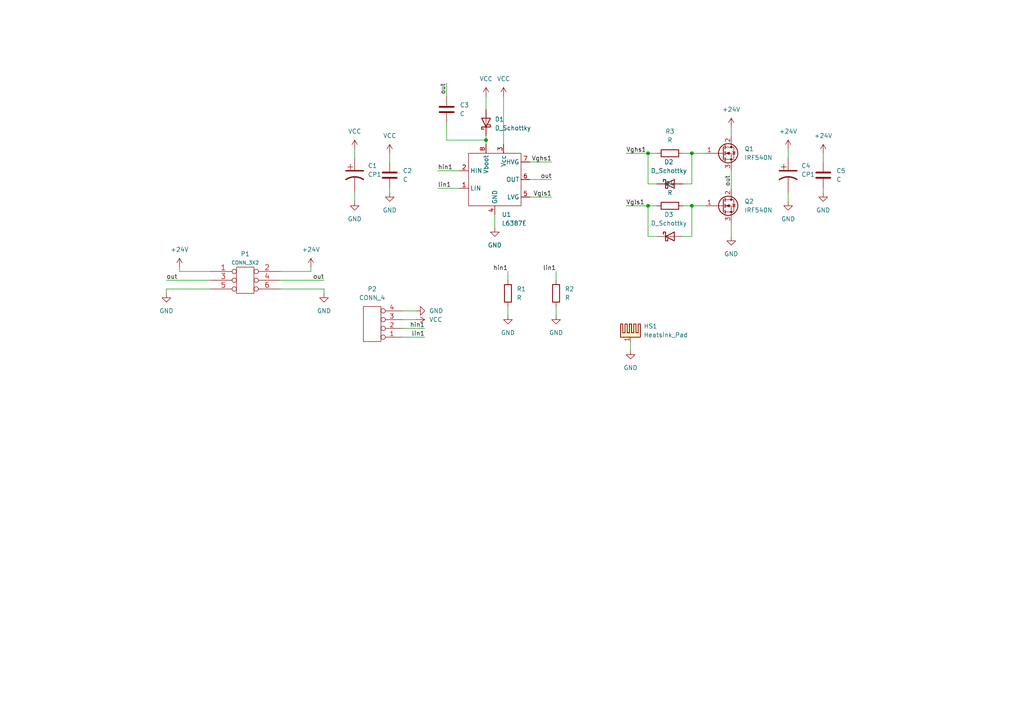
<source format=kicad_sch>
(kicad_sch (version 20211123) (generator eeschema)
  (paper "A4")
  (lib_symbols
    (symbol "Device:C" (pin_numbers hide) (pin_names (offset 0.254))
      (property "Reference" "C" (at 0.635 2.54 0))
      (property "Value" "C" (at 0.635 -2.54 0))
      (symbol "C_0_1"
        (polyline (pts (xy -2.032 -0.762) (xy 2.032 -0.762)) (stroke (width 0.508)))
        (polyline (pts (xy -2.032 0.762) (xy 2.032 0.762)) (stroke (width 0.508)))
      )
      (symbol "C_1_1"
        (pin passive line (at 0 3.81 270) (length 2.794) (name "~") (number "1"))
        (pin passive line (at 0 -3.81 90) (length 2.794) (name "~") (number "2"))
      )
    )
    (symbol "Device:D_Schottky" (pin_numbers hide) (pin_names (offset 1.016) hide)
      (property "Reference" "D" (at 0 2.54 0))
      (property "Value" "D_Schottky" (at 0 -2.54 0))
      (symbol "D_Schottky_0_1"
        (polyline (pts (xy 1.27 0) (xy -1.27 0)))
        (polyline (pts (xy 1.27 1.27) (xy 1.27 -1.27) (xy -1.27 0) (xy 1.27 1.27)) (stroke (width 0.254)))
        (polyline (pts (xy -1.905 0.635) (xy -1.905 1.27) (xy -1.27 1.27) (xy -1.27 -1.27) (xy -0.635 -1.27) (xy -0.635 -0.635)) (stroke (width 0.254)))
      )
      (symbol "D_Schottky_1_1"
        (pin passive line (at -3.81 0 0) (length 2.54) (name "K") (number "1"))
        (pin passive line (at 3.81 0 180) (length 2.54) (name "A") (number "2"))
      )
    )
    (symbol "Device:R" (pin_numbers hide) (pin_names (offset 0))
      (property "Reference" "R" (at 2.032 0 90))
      (property "Value" "R" (at 0 0 90))
      (symbol "R_0_1"
        (rectangle (start -1.016 -2.54) (end 1.016 2.54) (stroke (width 0.254)))
      )
      (symbol "R_1_1"
        (pin passive line (at 0 3.81 270) (length 1.27) (name "~") (number "1"))
        (pin passive line (at 0 -3.81 90) (length 1.27) (name "~") (number "2"))
      )
    )
    (symbol "Mechanical:Heatsink_Pad" (pin_names (offset 0))
      (property "Reference" "HS" (at 0 5.715 0))
      (property "Value" "Heatsink_Pad" (at 0 3.81 0))
      (symbol "Heatsink_Pad_0_1"
        (polyline (pts (xy -0.3302 0) (xy -0.9652 0) (xy -0.9652 2.54) (xy -1.6002 2.54) (xy -1.6002 0) (xy -2.2352 0) (xy -2.2352 2.54) (xy -2.8702 2.54) (xy -2.8702 -1.27) (xy -0.9652 -1.27)) (stroke (width 0.254)) (fill (type background)))
        (polyline (pts (xy -0.3302 0) (xy -0.3302 2.54) (xy 0.3048 2.54) (xy 0.3048 0) (xy 0.9398 0) (xy 0.9398 2.54) (xy 1.5748 2.54) (xy 1.5748 0) (xy 2.2098 0) (xy 2.2098 2.54) (xy 2.8448 2.54) (xy 2.8448 -1.27) (xy -0.9652 -1.27)) (stroke (width 0.254)) (fill (type background)))
      )
      (symbol "Heatsink_Pad_1_1"
        (pin passive line (at 0 -2.54 90) (length 1.27) (name "~") (number "1"))
      )
    )
    (symbol "Transistor_FET:IRF540N" (pin_names hide)
      (property "Reference" "Q" (at 6.35 1.905 0))
      (property "Value" "IRF540N" (at 6.35 0 0))
      (symbol "IRF540N_0_1"
        (polyline (pts (xy 0.254 0) (xy -2.54 0)))
        (polyline (pts (xy 0.254 1.905) (xy 0.254 -1.905)) (stroke (width 0.254)))
        (polyline (pts (xy 0.762 -1.27) (xy 0.762 -2.286)) (stroke (width 0.254)))
        (polyline (pts (xy 0.762 0.508) (xy 0.762 -0.508)) (stroke (width 0.254)))
        (polyline (pts (xy 0.762 2.286) (xy 0.762 1.27)) (stroke (width 0.254)))
        (polyline (pts (xy 2.54 2.54) (xy 2.54 1.778)))
        (polyline (pts (xy 2.54 -2.54) (xy 2.54 0) (xy 0.762 0)))
        (polyline (pts (xy 0.762 -1.778) (xy 3.302 -1.778) (xy 3.302 1.778) (xy 0.762 1.778)))
        (polyline (pts (xy 1.016 0) (xy 2.032 0.381) (xy 2.032 -0.381) (xy 1.016 0)) (fill (type outline)))
        (polyline (pts (xy 2.794 0.508) (xy 2.921 0.381) (xy 3.683 0.381) (xy 3.81 0.254)))
        (polyline (pts (xy 3.302 0.381) (xy 2.921 -0.254) (xy 3.683 -0.254) (xy 3.302 0.381)))
        (circle (center 1.651 0) (radius 2.794) (stroke (width 0.254)))
        (circle (center 2.54 -1.778) (radius 0.254) (fill (type outline)))
        (circle (center 2.54 1.778) (radius 0.254) (fill (type outline)))
      )
      (symbol "IRF540N_1_1"
        (pin input line (at -5.08 0 0) (length 2.54) (name "G") (number "1"))
        (pin passive line (at 2.54 5.08 270) (length 2.54) (name "D") (number "2"))
        (pin passive line (at 2.54 -5.08 90) (length 2.54) (name "S") (number "3"))
      )
    )
    (symbol "conn:CONN_3X2" (pin_names (offset 1.016) hide)
      (property "Reference" "P" (at 0 6.35 0))
      (property "Value" "CONN_3X2" (at 0 1.27 90))
      (symbol "CONN_3X2_0_1"
        (rectangle (start -2.54 5.08) (end 2.54 -2.54))
      )
      (symbol "CONN_3X2_1_1"
        (pin passive inverted (at -10.16 3.81 0) (length 7.62) (name "1") (number "1"))
        (pin passive inverted (at 10.16 3.81 180) (length 7.62) (name "2") (number "2"))
        (pin passive inverted (at -10.16 1.27 0) (length 7.62) (name "3") (number "3"))
        (pin passive inverted (at 10.16 1.27 180) (length 7.62) (name "4") (number "4"))
        (pin passive inverted (at -10.16 -1.27 0) (length 7.62) (name "5") (number "5"))
        (pin passive inverted (at 10.16 -1.27 180) (length 7.62) (name "6") (number "6"))
      )
    )
    (symbol "conn:CONN_4" (pin_names (offset 1.016) hide)
      (property "Reference" "P" (at -1.27 0 90))
      (property "Value" "CONN_4" (at 1.27 0 90))
      (symbol "CONN_4_0_1"
        (rectangle (start -2.54 5.08) (end 2.54 -5.08))
      )
      (symbol "CONN_4_1_1"
        (pin passive inverted (at -8.89 3.81 0) (length 6.35) (name "P1") (number "1"))
        (pin passive inverted (at -8.89 1.27 0) (length 6.35) (name "P2") (number "2"))
        (pin passive inverted (at -8.89 -1.27 0) (length 6.35) (name "P3") (number "3"))
        (pin passive inverted (at -8.89 -3.81 0) (length 6.35) (name "P4") (number "4"))
      )
    )
    (symbol "device:CP1" (pin_numbers hide) (pin_names (offset 0.254) hide)
      (property "Reference" "C" (at 1.27 2.54 0))
      (property "Value" "CP1" (at 1.27 -2.54 0))
      (symbol "CP1_0_0"
        (text "+" (at -1.27 2.54 0) (effects (font (size 2.032 2.032))))
      )
      (symbol "CP1_0_1"
        (polyline (pts (xy -2.54 1.27) (xy 2.54 1.27) (xy 1.27 1.27) (xy 1.27 1.27)) (stroke (width 0.381)))
        (arc (start 2.54 -1.27) (mid 0 -0.5009) (end -2.54 -1.27) (stroke (width 0.381)))
      )
      (symbol "CP1_1_1"
        (pin passive line (at 0 5.08 270) (length 3.81) (name "~") (number "1"))
        (pin passive line (at 0 -5.08 90) (length 4.572) (name "~") (number "2"))
      )
    )
    (symbol "my_stuff:L6387E"
      (property "Reference" "U" (at 0 2.54 0))
      (property "Value" "L6387E" (at 0 0 0))
      (symbol "L6387E_0_1"
        (rectangle (start 7.62 -5.08) (end -7.62 -20.32))
      )
      (symbol "L6387E_1_1"
        (pin input line (at -10.16 -15.24 0) (length 2.54) (name "LIN") (number "1"))
        (pin input line (at -10.16 -10.16 0) (length 2.54) (name "HIN") (number "2"))
        (pin input line (at 2.54 -2.54 270) (length 2.54) (name "Vcc") (number "3"))
        (pin input line (at 0 -22.86 90) (length 2.54) (name "GND") (number "4"))
        (pin input line (at 10.16 -17.78 180) (length 2.54) (name "LVG") (number "5"))
        (pin input line (at 10.16 -12.7 180) (length 2.54) (name "OUT") (number "6"))
        (pin input line (at 10.16 -7.62 180) (length 2.54) (name "HVG") (number "7"))
        (pin input line (at -2.54 -2.54 270) (length 2.54) (name "Vboot") (number "8"))
      )
    )
    (symbol "power:+24V" (power) (pin_names (offset 0))
      (property "Value" "+24V" (at 0 3.556 0))
      (symbol "+24V_0_1"
        (polyline (pts (xy -0.762 1.27) (xy 0 2.54)))
        (polyline (pts (xy 0 0) (xy 0 2.54)))
        (polyline (pts (xy 0 2.54) (xy 0.762 1.27)))
      )
      (symbol "+24V_1_1"
        (pin power_in line (at 0 0 90) (length 0) hide (name "+24V") (number "1"))
      )
    )
    (symbol "power:GND" (power) (pin_names (offset 0))
      (property "Value" "GND" (at 0 -3.81 0))
      (symbol "GND_0_1"
        (polyline (pts (xy 0 0) (xy 0 -1.27) (xy 1.27 -1.27) (xy 0 -2.54) (xy -1.27 -1.27) (xy 0 -1.27)))
      )
      (symbol "GND_1_1"
        (pin power_in line (at 0 0 270) (length 0) hide (name "GND") (number "1"))
      )
    )
    (symbol "power:VCC" (power) (pin_names (offset 0))
      (property "Value" "VCC" (at 0 3.81 0))
      (symbol "VCC_0_1"
        (polyline (pts (xy -0.762 1.27) (xy 0 2.54)))
        (polyline (pts (xy 0 0) (xy 0 2.54)))
        (polyline (pts (xy 0 2.54) (xy 0.762 1.27)))
      )
      (symbol "VCC_1_1"
        (pin power_in line (at 0 0 90) (length 0) hide (name "VCC") (number "1"))
      )
    )
  )
  (junction (at 200.66 44.45))
  (junction (at 200.66 59.69))
  (junction (at 140.97 40.64))
  (junction (at 187.96 44.45))
  (junction (at 187.96 59.69))
  (wire (pts (xy 187.96 68.58) (xy 187.96 59.69)))
  (wire (pts (xy 238.76 54.61) (xy 238.76 55.88)))
  (wire (pts (xy 81.28 83.82) (xy 93.98 83.82)))
  (wire (pts (xy 212.09 64.77) (xy 212.09 68.58)))
  (wire (pts (xy 48.26 85.09) (xy 48.26 83.82)))
  (wire (pts (xy 200.66 59.69) (xy 198.12 59.69)))
  (wire (pts (xy 181.61 59.69) (xy 187.96 59.69)))
  (wire (pts (xy 93.98 85.09) (xy 93.98 83.82)))
  (wire (pts (xy 200.66 44.45) (xy 204.47 44.45)))
  (wire (pts (xy 200.66 68.58) (xy 198.12 68.58)))
  (wire (pts (xy 102.87 55.88) (xy 102.87 58.42)))
  (wire (pts (xy 140.97 27.94) (xy 140.97 31.75)))
  (wire (pts (xy 129.54 24.13) (xy 129.54 27.94)))
  (wire (pts (xy 48.26 81.28) (xy 60.96 81.28)))
  (wire (pts (xy 90.17 78.74) (xy 90.17 77.47)))
  (wire (pts (xy 60.96 78.74) (xy 52.07 78.74)))
  (wire (pts (xy 200.66 53.34) (xy 198.12 53.34)))
  (wire (pts (xy 113.03 54.61) (xy 113.03 55.88)))
  (wire (pts (xy 181.61 44.45) (xy 187.96 44.45)))
  (wire (pts (xy 129.54 40.64) (xy 140.97 40.64)))
  (wire (pts (xy 60.96 83.82) (xy 48.26 83.82)))
  (wire (pts (xy 212.09 36.83) (xy 212.09 39.37)))
  (wire (pts (xy 228.6 43.18) (xy 228.6 45.72)))
  (wire (pts (xy 113.03 44.45) (xy 113.03 46.99)))
  (wire (pts (xy 200.66 59.69) (xy 204.47 59.69)))
  (wire (pts (xy 140.97 40.64) (xy 140.97 41.91)))
  (wire (pts (xy 200.66 68.58) (xy 200.66 59.69)))
  (wire (pts (xy 200.66 53.34) (xy 200.66 44.45)))
  (wire (pts (xy 52.07 78.74) (xy 52.07 77.47)))
  (wire (pts (xy 187.96 68.58) (xy 190.5 68.58)))
  (wire (pts (xy 161.29 78.74) (xy 161.29 81.28)))
  (wire (pts (xy 238.76 44.45) (xy 238.76 46.99)))
  (wire (pts (xy 182.88 101.6) (xy 182.88 99.06)))
  (wire (pts (xy 147.32 78.74) (xy 147.32 81.28)))
  (wire (pts (xy 153.67 46.99) (xy 160.02 46.99)))
  (wire (pts (xy 116.84 90.17) (xy 120.65 90.17)))
  (wire (pts (xy 161.29 88.9) (xy 161.29 91.44)))
  (wire (pts (xy 116.84 95.25) (xy 123.19 95.25)))
  (wire (pts (xy 187.96 44.45) (xy 190.5 44.45)))
  (wire (pts (xy 102.87 43.18) (xy 102.87 45.72)))
  (wire (pts (xy 187.96 53.34) (xy 190.5 53.34)))
  (wire (pts (xy 93.98 81.28) (xy 81.28 81.28)))
  (wire (pts (xy 140.97 39.37) (xy 140.97 40.64)))
  (wire (pts (xy 127 49.53) (xy 133.35 49.53)))
  (wire (pts (xy 81.28 78.74) (xy 90.17 78.74)))
  (wire (pts (xy 127 54.61) (xy 133.35 54.61)))
  (wire (pts (xy 146.05 27.94) (xy 146.05 41.91)))
  (wire (pts (xy 116.84 97.79) (xy 123.19 97.79)))
  (wire (pts (xy 198.12 44.45) (xy 200.66 44.45)))
  (wire (pts (xy 116.84 92.71) (xy 120.65 92.71)))
  (wire (pts (xy 129.54 35.56) (xy 129.54 40.64)))
  (wire (pts (xy 212.09 49.53) (xy 212.09 54.61)))
  (wire (pts (xy 187.96 53.34) (xy 187.96 44.45)))
  (wire (pts (xy 153.67 57.15) (xy 160.02 57.15)))
  (wire (pts (xy 187.96 59.69) (xy 190.5 59.69)))
  (wire (pts (xy 147.32 88.9) (xy 147.32 91.44)))
  (wire (pts (xy 153.67 52.07) (xy 160.02 52.07)))
  (wire (pts (xy 143.51 62.23) (xy 143.51 66.04)))
  (wire (pts (xy 228.6 55.88) (xy 228.6 58.42)))
  (label "out" (at 129.54 24.13 270))
  (label "lin1" (at 161.29 78.74 180))
  (label "lin1" (at 127 54.61 0))
  (label "hin1" (at 123.19 95.25 180))
  (label "out" (at 160.02 52.07 180))
  (label "out" (at 48.26 81.28 0))
  (label "out" (at 212.09 50.8 270))
  (label "Vghs1" (at 181.61 44.45 0))
  (label "Vghs1" (at 160.02 46.99 180))
  (label "Vgls1" (at 181.61 59.69 0))
  (label "lin1" (at 123.19 97.79 180))
  (label "hin1" (at 127 49.53 0))
  (label "out" (at 93.98 81.28 180))
  (label "Vgls1" (at 160.02 57.15 180))
  (label "hin1" (at 147.32 78.74 180))
  (symbol (lib_id "Device:C") (at 129.54 31.75 0) (unit 1)
    (property "Reference" "C3" (at 133.35 30.4799 0) (effects (justify left)))
    (property "Value" "C" (at 133.35 33.0199 0) (effects (justify left)))
    (property "Footprint" "Capacitor_SMD:C_1206_3216Metric_Pad1.33x1.80mm_HandSolder" (effects hide))
  )
  (symbol (lib_id "power:+24V") (at 228.6 43.18 0) (unit 1)
    (property "Reference" "#PWR015" (effects hide))
    (property "Value" "+24V" (at 228.6 38.1 0))
  )
  (symbol (lib_id "device:CP1") (at 228.6 50.8 0) (unit 1)
    (property "Reference" "C4" (at 232.41 48.077 0) (effects (justify left)))
    (property "Value" "CP1" (at 232.41 50.617 0) (effects (justify left)))
    (property "Footprint" "Capacitor_THT:CP_Radial_D5.0mm_P2.50mm" (effects hide))
  )
  (symbol (lib_id "power:+24V") (at 238.76 44.45 0) (unit 1)
    (property "Reference" "#PWR017" (effects hide))
    (property "Value" "+24V" (at 238.76 39.37 0))
  )
  (symbol (lib_id "Device:C") (at 238.76 50.8 0) (unit 1)
    (property "Reference" "C5" (at 242.57 49.5299 0) (effects (justify left)))
    (property "Value" "C" (at 242.57 52.0699 0) (effects (justify left)))
    (property "Footprint" "Capacitor_THT:C_Rect_L7.0mm_W2.0mm_P5.00mm" (effects hide))
  )
  (symbol (lib_id "Device:R") (at 194.31 44.45 90) (unit 1)
    (property "Reference" "R3" (at 194.31 38.1 90))
    (property "Value" "R" (at 194.31 40.64 90))
    (property "Footprint" "Resistor_SMD:R_1206_3216Metric_Pad1.30x1.75mm_HandSolder" (effects hide))
  )
  (symbol (lib_id "Device:D_Schottky") (at 194.31 53.34 0) (unit 1)
    (property "Reference" "D2" (at 193.9925 46.99 0))
    (property "Value" "D_Schottky" (at 193.9925 49.53 0))
    (property "Footprint" "Diode_SMD:D_MELF" (effects hide))
  )
  (symbol (lib_id "power:+24V") (at 52.07 77.47 0) (mirror y) (unit 1)
    (property "Reference" "#PWR019" (effects hide))
    (property "Value" "+24V" (at 52.07 72.39 0))
  )
  (symbol (lib_id "power:GND") (at 161.29 91.44 0) (unit 1)
    (property "Reference" "#PWR0102" (effects hide))
    (property "Value" "GND" (at 161.29 96.52 0))
  )
  (symbol (lib_id "power:GND") (at 113.03 55.88 0) (unit 1)
    (property "Reference" "#PWR07" (effects hide))
    (property "Value" "GND" (at 113.03 60.96 0))
  )
  (symbol (lib_id "Device:R") (at 147.32 85.09 0) (unit 1)
    (property "Reference" "R1" (at 149.86 83.8199 0) (effects (justify left)))
    (property "Value" "R" (at 149.86 86.3599 0) (effects (justify left)))
    (property "Footprint" "Resistor_SMD:R_1206_3216Metric_Pad1.30x1.75mm_HandSolder" (effects hide))
  )
  (symbol (lib_id "power:VCC") (at 120.65 92.71 270) (unit 1)
    (property "Reference" "#PWR01" (effects hide))
    (property "Value" "VCC" (at 124.46 92.7099 90) (effects (justify left)))
  )
  (symbol (lib_id "power:+24V") (at 212.09 36.83 0) (unit 1)
    (property "Reference" "#PWR013" (effects hide))
    (property "Value" "+24V" (at 212.09 31.75 0))
  )
  (symbol (lib_id "conn:CONN_3X2") (at 71.12 82.55 0) (unit 1)
    (property "Reference" "P1" (at 71.12 73.66 0))
    (property "Value" "CONN_3X2" (at 71.12 76.2 0) (effects (font (size 1.016 1.016))))
    (property "Footprint" "Connector_PinSocket_2.54mm:PinSocket_2x03_P2.54mm_Vertical" (effects hide))
  )
  (symbol (lib_id "Device:R") (at 194.31 59.69 90) (unit 1)
    (property "Reference" "R4" (at 194.31 53.34 90))
    (property "Value" "R" (at 194.31 55.88 90))
    (property "Footprint" "Resistor_SMD:R_1206_3216Metric_Pad1.30x1.75mm_HandSolder" (effects hide))
  )
  (symbol (lib_id "power:GND") (at 238.76 55.88 0) (unit 1)
    (property "Reference" "#PWR018" (effects hide))
    (property "Value" "GND" (at 238.76 60.96 0))
  )
  (symbol (lib_id "Device:C") (at 113.03 50.8 0) (unit 1)
    (property "Reference" "C2" (at 116.84 49.5299 0) (effects (justify left)))
    (property "Value" "C" (at 116.84 52.0699 0) (effects (justify left)))
    (property "Footprint" "Capacitor_THT:C_Rect_L7.0mm_W2.0mm_P5.00mm" (effects hide))
  )
  (symbol (lib_id "Transistor_FET:IRF540N") (at 209.55 59.69 0) (unit 1)
    (property "Reference" "Q2" (at 215.9 58.4199 0) (effects (justify left)))
    (property "Value" "IRF540N" (at 215.9 60.9599 0) (effects (justify left)))
    (property "Footprint" "Package_TO_SOT_THT:TO-220-3_Vertical" (effects hide))
    (property "Datasheet" "http://www.irf.com/product-info/datasheets/data/irf540n.pdf" (effects hide))
  )
  (symbol (lib_id "device:CP1") (at 102.87 50.8 0) (unit 1)
    (property "Reference" "C1" (at 106.68 48.077 0) (effects (justify left)))
    (property "Value" "CP1" (at 106.68 50.617 0) (effects (justify left)))
    (property "Footprint" "Capacitor_THT:CP_Radial_D5.0mm_P2.50mm" (effects hide))
  )
  (symbol (lib_id "power:+24V") (at 90.17 77.47 0) (unit 1)
    (property "Reference" "#PWR03" (effects hide))
    (property "Value" "+24V" (at 90.17 72.39 0))
  )
  (symbol (lib_id "power:GND") (at 182.88 101.6 0) (unit 1)
    (property "Reference" "#PWR021" (effects hide))
    (property "Value" "GND" (at 182.88 106.68 0))
  )
  (symbol (lib_id "power:VCC") (at 140.97 27.94 0) (unit 1)
    (property "Reference" "#PWR09" (effects hide))
    (property "Value" "VCC" (at 140.97 22.86 0))
  )
  (symbol (lib_id "power:GND") (at 212.09 68.58 0) (unit 1)
    (property "Reference" "#PWR014" (effects hide))
    (property "Value" "GND" (at 212.09 73.66 0))
  )
  (symbol (lib_id "Device:D_Schottky") (at 140.97 35.56 90) (unit 1)
    (property "Reference" "D1" (at 143.51 34.6074 90) (effects (justify right)))
    (property "Value" "D_Schottky" (at 143.51 37.1474 90) (effects (justify right)))
    (property "Footprint" "Diode_SMD:D_SMB_Handsoldering" (effects hide))
  )
  (symbol (lib_id "power:GND") (at 102.87 58.42 0) (unit 1)
    (property "Reference" "#PWR05" (effects hide))
    (property "Value" "GND" (at 102.87 63.5 0))
  )
  (symbol (lib_id "Device:R") (at 161.29 85.09 0) (unit 1)
    (property "Reference" "R2" (at 163.83 83.8199 0) (effects (justify left)))
    (property "Value" "R" (at 163.83 86.3599 0) (effects (justify left)))
    (property "Footprint" "Resistor_SMD:R_1206_3216Metric_Pad1.30x1.75mm_HandSolder" (effects hide))
  )
  (symbol (lib_id "power:GND") (at 228.6 58.42 0) (unit 1)
    (property "Reference" "#PWR016" (effects hide))
    (property "Value" "GND" (at 228.6 63.5 0))
  )
  (symbol (lib_id "power:VCC") (at 113.03 44.45 0) (unit 1)
    (property "Reference" "#PWR06" (effects hide))
    (property "Value" "VCC" (at 113.03 39.37 0))
  )
  (symbol (lib_id "power:GND") (at 93.98 85.09 0) (unit 1)
    (property "Reference" "#PWR02" (effects hide))
    (property "Value" "GND" (at 93.98 90.17 0))
  )
  (symbol (lib_id "Mechanical:Heatsink_Pad") (at 182.88 96.52 0) (unit 1)
    (property "Reference" "HS1" (at 186.69 94.6149 0) (effects (justify left)))
    (property "Value" "Heatsink_Pad" (at 186.69 97.1549 0) (effects (justify left)))
    (property "Footprint" "my_own:Heatsink_Fischer_SK409_2xDrill2.3mm_soldered" (effects hide))
  )
  (symbol (lib_id "my_stuff:L6387E") (at 143.51 39.37 0) (unit 1)
    (property "Reference" "U1" (at 145.5294 62.23 0) (effects (justify left)))
    (property "Value" "L6387E" (at 145.5294 64.77 0) (effects (justify left)))
    (property "Footprint" "Package_DIP:DIP-8_W7.62mm_Socket_LongPads" (effects hide))
  )
  (symbol (lib_id "power:GND") (at 48.26 85.09 0) (mirror y) (unit 1)
    (property "Reference" "#PWR012" (effects hide))
    (property "Value" "GND" (at 48.26 90.17 0))
  )
  (symbol (lib_id "conn:CONN_4") (at 107.95 93.98 180) (unit 1)
    (property "Reference" "P2" (at 107.95 83.82 0))
    (property "Value" "CONN_4" (at 107.95 86.36 0))
    (property "Footprint" "Connector_PinSocket_2.54mm:PinSocket_1x04_P2.54mm_Vertical" (effects hide))
  )
  (symbol (lib_id "power:VCC") (at 146.05 27.94 0) (unit 1)
    (property "Reference" "#PWR011" (effects hide))
    (property "Value" "VCC" (at 146.05 22.86 0))
  )
  (symbol (lib_id "power:GND") (at 120.65 90.17 90) (unit 1)
    (property "Reference" "#PWR08" (effects hide))
    (property "Value" "GND" (at 124.46 90.1699 90) (effects (justify right)))
  )
  (symbol (lib_id "Transistor_FET:IRF540N") (at 209.55 44.45 0) (unit 1)
    (property "Reference" "Q1" (at 215.9 43.1799 0) (effects (justify left)))
    (property "Value" "IRF540N" (at 215.9 45.7199 0) (effects (justify left)))
    (property "Footprint" "Package_TO_SOT_THT:TO-220-3_Vertical" (effects hide))
    (property "Datasheet" "http://www.irf.com/product-info/datasheets/data/irf540n.pdf" (effects hide))
  )
  (symbol (lib_id "Device:D_Schottky") (at 194.31 68.58 0) (unit 1)
    (property "Reference" "D3" (at 193.9925 62.23 0))
    (property "Value" "D_Schottky" (at 193.9925 64.77 0))
    (property "Footprint" "Diode_SMD:D_MELF" (effects hide))
  )
  (symbol (lib_id "power:GND") (at 143.51 66.04 0) (unit 1)
    (property "Reference" "#PWR010" (effects hide))
    (property "Value" "GND" (at 143.51 71.12 0))
  )
  (symbol (lib_id "power:VCC") (at 102.87 43.18 0) (unit 1)
    (property "Reference" "#PWR04" (effects hide))
    (property "Value" "VCC" (at 102.87 38.1 0))
  )
  (symbol (lib_id "power:GND") (at 147.32 91.44 0) (unit 1)
    (property "Reference" "#PWR0101" (effects hide))
    (property "Value" "GND" (at 147.32 96.52 0))
  )
)
</source>
